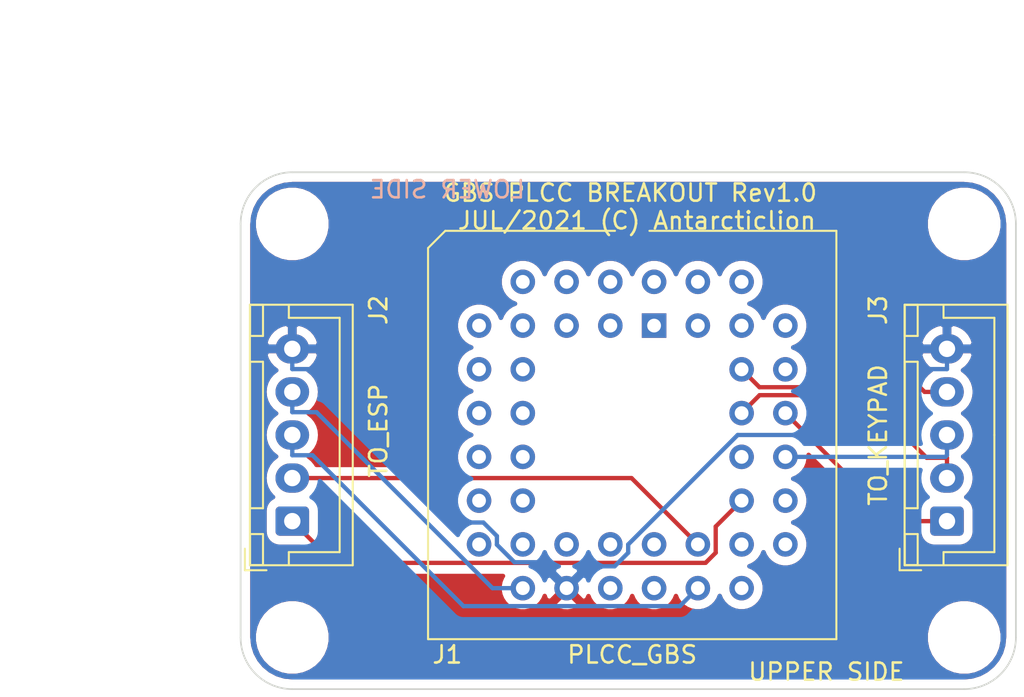
<source format=kicad_pcb>
(kicad_pcb (version 20171130) (host pcbnew "(5.1.6)-1")

  (general
    (thickness 1.6)
    (drawings 13)
    (tracks 48)
    (zones 0)
    (modules 7)
    (nets 45)
  )

  (page A4)
  (layers
    (0 F.Cu signal)
    (31 B.Cu signal)
    (32 B.Adhes user)
    (33 F.Adhes user)
    (34 B.Paste user)
    (35 F.Paste user)
    (36 B.SilkS user)
    (37 F.SilkS user)
    (38 B.Mask user)
    (39 F.Mask user)
    (40 Dwgs.User user)
    (41 Cmts.User user)
    (42 Eco1.User user)
    (43 Eco2.User user)
    (44 Edge.Cuts user)
    (45 Margin user)
    (46 B.CrtYd user)
    (47 F.CrtYd user)
    (48 B.Fab user)
    (49 F.Fab user)
  )

  (setup
    (last_trace_width 0.25)
    (trace_clearance 0.2)
    (zone_clearance 0.508)
    (zone_45_only no)
    (trace_min 0.2)
    (via_size 0.8)
    (via_drill 0.4)
    (via_min_size 0.4)
    (via_min_drill 0.3)
    (uvia_size 0.3)
    (uvia_drill 0.1)
    (uvias_allowed no)
    (uvia_min_size 0.2)
    (uvia_min_drill 0.1)
    (edge_width 0.1)
    (segment_width 0.2)
    (pcb_text_width 0.3)
    (pcb_text_size 1.5 1.5)
    (mod_edge_width 0.15)
    (mod_text_size 1 1)
    (mod_text_width 0.15)
    (pad_size 1.524 1.524)
    (pad_drill 0.762)
    (pad_to_mask_clearance 0)
    (aux_axis_origin 0 0)
    (visible_elements FFFFFF7F)
    (pcbplotparams
      (layerselection 0x010f0_ffffffff)
      (usegerberextensions true)
      (usegerberattributes true)
      (usegerberadvancedattributes true)
      (creategerberjobfile false)
      (excludeedgelayer true)
      (linewidth 0.100000)
      (plotframeref false)
      (viasonmask false)
      (mode 1)
      (useauxorigin false)
      (hpglpennumber 1)
      (hpglpenspeed 20)
      (hpglpendiameter 15.000000)
      (psnegative false)
      (psa4output false)
      (plotreference true)
      (plotvalue true)
      (plotinvisibletext false)
      (padsonsilk false)
      (subtractmaskfromsilk false)
      (outputformat 1)
      (mirror false)
      (drillshape 0)
      (scaleselection 1)
      (outputdirectory "Gerber/"))
  )

  (net 0 "")
  (net 1 "Net-(J1-Pad39)")
  (net 2 "Net-(J1-Pad37)")
  (net 3 UP)
  (net 4 LEFT)
  (net 5 "Net-(J1-Pad31)")
  (net 6 "Net-(J1-Pad40)")
  (net 7 RIGHT)
  (net 8 DOWN)
  (net 9 DEBUG)
  (net 10 "Net-(J1-Pad28)")
  (net 11 SDA)
  (net 12 "Net-(J1-Pad24)")
  (net 13 "Net-(J1-Pad22)")
  (net 14 GND)
  (net 15 VCC)
  (net 16 "Net-(J1-Pad29)")
  (net 17 SCL)
  (net 18 "Net-(J1-Pad23)")
  (net 19 "Net-(J1-Pad21)")
  (net 20 "Net-(J1-Pad19)")
  (net 21 "Net-(J1-Pad17)")
  (net 22 "Net-(J1-Pad15)")
  (net 23 "Net-(J1-Pad13)")
  (net 24 "Net-(J1-Pad11)")
  (net 25 "Net-(J1-Pad9)")
  (net 26 "Net-(J1-Pad7)")
  (net 27 "Net-(J1-Pad16)")
  (net 28 "Net-(J1-Pad14)")
  (net 29 "Net-(J1-Pad12)")
  (net 30 "Net-(J1-Pad10)")
  (net 31 "Net-(J1-Pad8)")
  (net 32 "Net-(J1-Pad42)")
  (net 33 "Net-(J1-Pad44)")
  (net 34 "Net-(J1-Pad6)")
  (net 35 "Net-(J1-Pad4)")
  (net 36 "Net-(J1-Pad2)")
  (net 37 "Net-(J1-Pad41)")
  (net 38 "Net-(J1-Pad43)")
  (net 39 "Net-(J1-Pad5)")
  (net 40 "Net-(J1-Pad3)")
  (net 41 "Net-(J1-Pad1)")
  (net 42 "Net-(J1-Pad34)")
  (net 43 "Net-(J1-Pad30)")
  (net 44 "Net-(J1-Pad25)")

  (net_class Default "これはデフォルトのネット クラスです。"
    (clearance 0.2)
    (trace_width 0.25)
    (via_dia 0.8)
    (via_drill 0.4)
    (uvia_dia 0.3)
    (uvia_drill 0.1)
    (add_net DEBUG)
    (add_net DOWN)
    (add_net GND)
    (add_net LEFT)
    (add_net "Net-(J1-Pad1)")
    (add_net "Net-(J1-Pad10)")
    (add_net "Net-(J1-Pad11)")
    (add_net "Net-(J1-Pad12)")
    (add_net "Net-(J1-Pad13)")
    (add_net "Net-(J1-Pad14)")
    (add_net "Net-(J1-Pad15)")
    (add_net "Net-(J1-Pad16)")
    (add_net "Net-(J1-Pad17)")
    (add_net "Net-(J1-Pad19)")
    (add_net "Net-(J1-Pad2)")
    (add_net "Net-(J1-Pad21)")
    (add_net "Net-(J1-Pad22)")
    (add_net "Net-(J1-Pad23)")
    (add_net "Net-(J1-Pad24)")
    (add_net "Net-(J1-Pad25)")
    (add_net "Net-(J1-Pad28)")
    (add_net "Net-(J1-Pad29)")
    (add_net "Net-(J1-Pad3)")
    (add_net "Net-(J1-Pad30)")
    (add_net "Net-(J1-Pad31)")
    (add_net "Net-(J1-Pad34)")
    (add_net "Net-(J1-Pad37)")
    (add_net "Net-(J1-Pad39)")
    (add_net "Net-(J1-Pad4)")
    (add_net "Net-(J1-Pad40)")
    (add_net "Net-(J1-Pad41)")
    (add_net "Net-(J1-Pad42)")
    (add_net "Net-(J1-Pad43)")
    (add_net "Net-(J1-Pad44)")
    (add_net "Net-(J1-Pad5)")
    (add_net "Net-(J1-Pad6)")
    (add_net "Net-(J1-Pad7)")
    (add_net "Net-(J1-Pad8)")
    (add_net "Net-(J1-Pad9)")
    (add_net RIGHT)
    (add_net SCL)
    (add_net SDA)
    (add_net UP)
    (add_net VCC)
  )

  (module MountingHole:MountingHole_3.2mm_M3 (layer F.Cu) (tedit 56D1B4CB) (tstamp 60F24FB6)
    (at 81 54)
    (descr "Mounting Hole 3.2mm, no annular, M3")
    (tags "mounting hole 3.2mm no annular m3")
    (path /60F42D05)
    (attr virtual)
    (fp_text reference H4 (at 0 -4.2) (layer F.SilkS) hide
      (effects (font (size 1 1) (thickness 0.15)))
    )
    (fp_text value MountingHole (at 0 4.2) (layer F.Fab) hide
      (effects (font (size 1 1) (thickness 0.15)))
    )
    (fp_text user %R (at 0.3 0) (layer F.Fab)
      (effects (font (size 1 1) (thickness 0.15)))
    )
    (fp_circle (center 0 0) (end 3.2 0) (layer Cmts.User) (width 0.15))
    (fp_circle (center 0 0) (end 3.45 0) (layer F.CrtYd) (width 0.05))
    (pad 1 np_thru_hole circle (at 0 0) (size 3.2 3.2) (drill 3.2) (layers *.Cu *.Mask))
  )

  (module MountingHole:MountingHole_3.2mm_M3 (layer F.Cu) (tedit 56D1B4CB) (tstamp 60F24FAE)
    (at 81 30)
    (descr "Mounting Hole 3.2mm, no annular, M3")
    (tags "mounting hole 3.2mm no annular m3")
    (path /60F42CFB)
    (attr virtual)
    (fp_text reference H3 (at 0 -4.2) (layer F.SilkS) hide
      (effects (font (size 1 1) (thickness 0.15)))
    )
    (fp_text value MountingHole (at 0 4.2) (layer F.Fab) hide
      (effects (font (size 1 1) (thickness 0.15)))
    )
    (fp_text user %R (at 0.3 0) (layer F.Fab)
      (effects (font (size 1 1) (thickness 0.15)))
    )
    (fp_circle (center 0 0) (end 3.2 0) (layer Cmts.User) (width 0.15))
    (fp_circle (center 0 0) (end 3.45 0) (layer F.CrtYd) (width 0.05))
    (pad 1 np_thru_hole circle (at 0 0) (size 3.2 3.2) (drill 3.2) (layers *.Cu *.Mask))
  )

  (module MountingHole:MountingHole_3.2mm_M3 (layer F.Cu) (tedit 56D1B4CB) (tstamp 60F24FA6)
    (at 42 54)
    (descr "Mounting Hole 3.2mm, no annular, M3")
    (tags "mounting hole 3.2mm no annular m3")
    (path /60F418D4)
    (attr virtual)
    (fp_text reference H2 (at 0 -4.2) (layer F.SilkS) hide
      (effects (font (size 1 1) (thickness 0.15)))
    )
    (fp_text value MountingHole (at 0 4.2) (layer F.Fab) hide
      (effects (font (size 1 1) (thickness 0.15)))
    )
    (fp_text user %R (at 0.3 0) (layer F.Fab)
      (effects (font (size 1 1) (thickness 0.15)))
    )
    (fp_circle (center 0 0) (end 3.2 0) (layer Cmts.User) (width 0.15))
    (fp_circle (center 0 0) (end 3.45 0) (layer F.CrtYd) (width 0.05))
    (pad 1 np_thru_hole circle (at 0 0) (size 3.2 3.2) (drill 3.2) (layers *.Cu *.Mask))
  )

  (module MountingHole:MountingHole_3.2mm_M3 (layer F.Cu) (tedit 56D1B4CB) (tstamp 60F24F9E)
    (at 42 30)
    (descr "Mounting Hole 3.2mm, no annular, M3")
    (tags "mounting hole 3.2mm no annular m3")
    (path /60F41562)
    (attr virtual)
    (fp_text reference H1 (at 0 -4.2) (layer F.SilkS) hide
      (effects (font (size 1 1) (thickness 0.15)))
    )
    (fp_text value MountingHole (at 0 4.2) (layer F.Fab) hide
      (effects (font (size 1 1) (thickness 0.15)))
    )
    (fp_text user %R (at 0.3 0) (layer F.Fab)
      (effects (font (size 1 1) (thickness 0.15)))
    )
    (fp_circle (center 0 0) (end 3.2 0) (layer Cmts.User) (width 0.15))
    (fp_circle (center 0 0) (end 3.45 0) (layer F.CrtYd) (width 0.05))
    (pad 1 np_thru_hole circle (at 0 0) (size 3.2 3.2) (drill 3.2) (layers *.Cu *.Mask))
  )

  (module Connector_JST:JST_XH_B5B-XH-A_1x05_P2.50mm_Vertical (layer F.Cu) (tedit 5C28146C) (tstamp 60F1E6FD)
    (at 80 47.25 90)
    (descr "JST XH series connector, B5B-XH-A (http://www.jst-mfg.com/product/pdf/eng/eXH.pdf), generated with kicad-footprint-generator")
    (tags "connector JST XH vertical")
    (path /60F51ED8)
    (fp_text reference J3 (at 12.25 -4 90) (layer F.SilkS)
      (effects (font (size 1 1) (thickness 0.15)))
    )
    (fp_text value TO_KEYPAD (at 5 -4 90) (layer F.SilkS)
      (effects (font (size 1 1) (thickness 0.15)))
    )
    (fp_text user %R (at 5 2.7 90) (layer F.Fab)
      (effects (font (size 1 1) (thickness 0.15)))
    )
    (fp_line (start -2.45 -2.35) (end -2.45 3.4) (layer F.Fab) (width 0.1))
    (fp_line (start -2.45 3.4) (end 12.45 3.4) (layer F.Fab) (width 0.1))
    (fp_line (start 12.45 3.4) (end 12.45 -2.35) (layer F.Fab) (width 0.1))
    (fp_line (start 12.45 -2.35) (end -2.45 -2.35) (layer F.Fab) (width 0.1))
    (fp_line (start -2.56 -2.46) (end -2.56 3.51) (layer F.SilkS) (width 0.12))
    (fp_line (start -2.56 3.51) (end 12.56 3.51) (layer F.SilkS) (width 0.12))
    (fp_line (start 12.56 3.51) (end 12.56 -2.46) (layer F.SilkS) (width 0.12))
    (fp_line (start 12.56 -2.46) (end -2.56 -2.46) (layer F.SilkS) (width 0.12))
    (fp_line (start -2.95 -2.85) (end -2.95 3.9) (layer F.CrtYd) (width 0.05))
    (fp_line (start -2.95 3.9) (end 12.95 3.9) (layer F.CrtYd) (width 0.05))
    (fp_line (start 12.95 3.9) (end 12.95 -2.85) (layer F.CrtYd) (width 0.05))
    (fp_line (start 12.95 -2.85) (end -2.95 -2.85) (layer F.CrtYd) (width 0.05))
    (fp_line (start -0.625 -2.35) (end 0 -1.35) (layer F.Fab) (width 0.1))
    (fp_line (start 0 -1.35) (end 0.625 -2.35) (layer F.Fab) (width 0.1))
    (fp_line (start 0.75 -2.45) (end 0.75 -1.7) (layer F.SilkS) (width 0.12))
    (fp_line (start 0.75 -1.7) (end 9.25 -1.7) (layer F.SilkS) (width 0.12))
    (fp_line (start 9.25 -1.7) (end 9.25 -2.45) (layer F.SilkS) (width 0.12))
    (fp_line (start 9.25 -2.45) (end 0.75 -2.45) (layer F.SilkS) (width 0.12))
    (fp_line (start -2.55 -2.45) (end -2.55 -1.7) (layer F.SilkS) (width 0.12))
    (fp_line (start -2.55 -1.7) (end -0.75 -1.7) (layer F.SilkS) (width 0.12))
    (fp_line (start -0.75 -1.7) (end -0.75 -2.45) (layer F.SilkS) (width 0.12))
    (fp_line (start -0.75 -2.45) (end -2.55 -2.45) (layer F.SilkS) (width 0.12))
    (fp_line (start 10.75 -2.45) (end 10.75 -1.7) (layer F.SilkS) (width 0.12))
    (fp_line (start 10.75 -1.7) (end 12.55 -1.7) (layer F.SilkS) (width 0.12))
    (fp_line (start 12.55 -1.7) (end 12.55 -2.45) (layer F.SilkS) (width 0.12))
    (fp_line (start 12.55 -2.45) (end 10.75 -2.45) (layer F.SilkS) (width 0.12))
    (fp_line (start -2.55 -0.2) (end -1.8 -0.2) (layer F.SilkS) (width 0.12))
    (fp_line (start -1.8 -0.2) (end -1.8 2.75) (layer F.SilkS) (width 0.12))
    (fp_line (start -1.8 2.75) (end 5 2.75) (layer F.SilkS) (width 0.12))
    (fp_line (start 12.55 -0.2) (end 11.8 -0.2) (layer F.SilkS) (width 0.12))
    (fp_line (start 11.8 -0.2) (end 11.8 2.75) (layer F.SilkS) (width 0.12))
    (fp_line (start 11.8 2.75) (end 5 2.75) (layer F.SilkS) (width 0.12))
    (fp_line (start -1.6 -2.75) (end -2.85 -2.75) (layer F.SilkS) (width 0.12))
    (fp_line (start -2.85 -2.75) (end -2.85 -1.5) (layer F.SilkS) (width 0.12))
    (pad 5 thru_hole oval (at 10 0 90) (size 1.7 1.95) (drill 0.95) (layers *.Cu *.Mask)
      (net 14 GND))
    (pad 4 thru_hole oval (at 7.5 0 90) (size 1.7 1.95) (drill 0.95) (layers *.Cu *.Mask)
      (net 7 RIGHT))
    (pad 3 thru_hole oval (at 5 0 90) (size 1.7 1.95) (drill 0.95) (layers *.Cu *.Mask)
      (net 4 LEFT))
    (pad 2 thru_hole oval (at 2.5 0 90) (size 1.7 1.95) (drill 0.95) (layers *.Cu *.Mask)
      (net 8 DOWN))
    (pad 1 thru_hole roundrect (at 0 0 90) (size 1.7 1.95) (drill 0.95) (layers *.Cu *.Mask) (roundrect_rratio 0.147059)
      (net 3 UP))
    (model ${KISYS3DMOD}/Connector_JST.3dshapes/JST_XH_B5B-XH-A_1x05_P2.50mm_Vertical.wrl
      (at (xyz 0 0 0))
      (scale (xyz 1 1 1))
      (rotate (xyz 0 0 0))
    )
  )

  (module Connector_JST:JST_XH_B5B-XH-A_1x05_P2.50mm_Vertical (layer F.Cu) (tedit 5C28146C) (tstamp 60F1E6D1)
    (at 42 47.25 90)
    (descr "JST XH series connector, B5B-XH-A (http://www.jst-mfg.com/product/pdf/eng/eXH.pdf), generated with kicad-footprint-generator")
    (tags "connector JST XH vertical")
    (path /60F514F6)
    (fp_text reference J2 (at 12.25 5 90) (layer F.SilkS)
      (effects (font (size 1 1) (thickness 0.15)))
    )
    (fp_text value TO_ESP (at 5.25 5 90) (layer F.SilkS)
      (effects (font (size 1 1) (thickness 0.15)))
    )
    (fp_text user %R (at 5 2.7 90) (layer F.Fab)
      (effects (font (size 1 1) (thickness 0.15)))
    )
    (fp_line (start -2.45 -2.35) (end -2.45 3.4) (layer F.Fab) (width 0.1))
    (fp_line (start -2.45 3.4) (end 12.45 3.4) (layer F.Fab) (width 0.1))
    (fp_line (start 12.45 3.4) (end 12.45 -2.35) (layer F.Fab) (width 0.1))
    (fp_line (start 12.45 -2.35) (end -2.45 -2.35) (layer F.Fab) (width 0.1))
    (fp_line (start -2.56 -2.46) (end -2.56 3.51) (layer F.SilkS) (width 0.12))
    (fp_line (start -2.56 3.51) (end 12.56 3.51) (layer F.SilkS) (width 0.12))
    (fp_line (start 12.56 3.51) (end 12.56 -2.46) (layer F.SilkS) (width 0.12))
    (fp_line (start 12.56 -2.46) (end -2.56 -2.46) (layer F.SilkS) (width 0.12))
    (fp_line (start -2.95 -2.85) (end -2.95 3.9) (layer F.CrtYd) (width 0.05))
    (fp_line (start -2.95 3.9) (end 12.95 3.9) (layer F.CrtYd) (width 0.05))
    (fp_line (start 12.95 3.9) (end 12.95 -2.85) (layer F.CrtYd) (width 0.05))
    (fp_line (start 12.95 -2.85) (end -2.95 -2.85) (layer F.CrtYd) (width 0.05))
    (fp_line (start -0.625 -2.35) (end 0 -1.35) (layer F.Fab) (width 0.1))
    (fp_line (start 0 -1.35) (end 0.625 -2.35) (layer F.Fab) (width 0.1))
    (fp_line (start 0.75 -2.45) (end 0.75 -1.7) (layer F.SilkS) (width 0.12))
    (fp_line (start 0.75 -1.7) (end 9.25 -1.7) (layer F.SilkS) (width 0.12))
    (fp_line (start 9.25 -1.7) (end 9.25 -2.45) (layer F.SilkS) (width 0.12))
    (fp_line (start 9.25 -2.45) (end 0.75 -2.45) (layer F.SilkS) (width 0.12))
    (fp_line (start -2.55 -2.45) (end -2.55 -1.7) (layer F.SilkS) (width 0.12))
    (fp_line (start -2.55 -1.7) (end -0.75 -1.7) (layer F.SilkS) (width 0.12))
    (fp_line (start -0.75 -1.7) (end -0.75 -2.45) (layer F.SilkS) (width 0.12))
    (fp_line (start -0.75 -2.45) (end -2.55 -2.45) (layer F.SilkS) (width 0.12))
    (fp_line (start 10.75 -2.45) (end 10.75 -1.7) (layer F.SilkS) (width 0.12))
    (fp_line (start 10.75 -1.7) (end 12.55 -1.7) (layer F.SilkS) (width 0.12))
    (fp_line (start 12.55 -1.7) (end 12.55 -2.45) (layer F.SilkS) (width 0.12))
    (fp_line (start 12.55 -2.45) (end 10.75 -2.45) (layer F.SilkS) (width 0.12))
    (fp_line (start -2.55 -0.2) (end -1.8 -0.2) (layer F.SilkS) (width 0.12))
    (fp_line (start -1.8 -0.2) (end -1.8 2.75) (layer F.SilkS) (width 0.12))
    (fp_line (start -1.8 2.75) (end 5 2.75) (layer F.SilkS) (width 0.12))
    (fp_line (start 12.55 -0.2) (end 11.8 -0.2) (layer F.SilkS) (width 0.12))
    (fp_line (start 11.8 -0.2) (end 11.8 2.75) (layer F.SilkS) (width 0.12))
    (fp_line (start 11.8 2.75) (end 5 2.75) (layer F.SilkS) (width 0.12))
    (fp_line (start -1.6 -2.75) (end -2.85 -2.75) (layer F.SilkS) (width 0.12))
    (fp_line (start -2.85 -2.75) (end -2.85 -1.5) (layer F.SilkS) (width 0.12))
    (pad 5 thru_hole oval (at 10 0 90) (size 1.7 1.95) (drill 0.95) (layers *.Cu *.Mask)
      (net 14 GND))
    (pad 4 thru_hole oval (at 7.5 0 90) (size 1.7 1.95) (drill 0.95) (layers *.Cu *.Mask)
      (net 15 VCC))
    (pad 3 thru_hole oval (at 5 0 90) (size 1.7 1.95) (drill 0.95) (layers *.Cu *.Mask)
      (net 11 SDA))
    (pad 2 thru_hole oval (at 2.5 0 90) (size 1.7 1.95) (drill 0.95) (layers *.Cu *.Mask)
      (net 17 SCL))
    (pad 1 thru_hole roundrect (at 0 0 90) (size 1.7 1.95) (drill 0.95) (layers *.Cu *.Mask) (roundrect_rratio 0.147059)
      (net 9 DEBUG))
    (model ${KISYS3DMOD}/Connector_JST.3dshapes/JST_XH_B5B-XH-A_1x05_P2.50mm_Vertical.wrl
      (at (xyz 0 0 0))
      (scale (xyz 1 1 1))
      (rotate (xyz 0 0 0))
    )
  )

  (module Package_LCC:PLCC-44_THT-Socket (layer F.Cu) (tedit 5A02ECC8) (tstamp 60F1E6A5)
    (at 63 35.9)
    (descr "PLCC, 44 pins, through hole")
    (tags "plcc leaded")
    (path /60F276EA)
    (fp_text reference J1 (at -12 19.1) (layer F.SilkS)
      (effects (font (size 1 1) (thickness 0.15)))
    )
    (fp_text value PLCC_GBS (at -1.27 19.1) (layer F.SilkS)
      (effects (font (size 1 1) (thickness 0.15)))
    )
    (fp_text user %R (at -1.27 6.35) (layer F.Fab)
      (effects (font (size 1 1) (thickness 0.15)))
    )
    (fp_line (start -12.02 -5.4) (end -13.02 -4.4) (layer F.Fab) (width 0.1))
    (fp_line (start -13.02 -4.4) (end -13.02 18.1) (layer F.Fab) (width 0.1))
    (fp_line (start -13.02 18.1) (end 10.48 18.1) (layer F.Fab) (width 0.1))
    (fp_line (start 10.48 18.1) (end 10.48 -5.4) (layer F.Fab) (width 0.1))
    (fp_line (start 10.48 -5.4) (end -12.02 -5.4) (layer F.Fab) (width 0.1))
    (fp_line (start -13.52 -5.9) (end -13.52 18.6) (layer F.CrtYd) (width 0.05))
    (fp_line (start -13.52 18.6) (end 10.98 18.6) (layer F.CrtYd) (width 0.05))
    (fp_line (start 10.98 18.6) (end 10.98 -5.9) (layer F.CrtYd) (width 0.05))
    (fp_line (start 10.98 -5.9) (end -13.52 -5.9) (layer F.CrtYd) (width 0.05))
    (fp_line (start -10.48 -2.86) (end -10.48 15.56) (layer F.Fab) (width 0.1))
    (fp_line (start -10.48 15.56) (end 7.94 15.56) (layer F.Fab) (width 0.1))
    (fp_line (start 7.94 15.56) (end 7.94 -2.86) (layer F.Fab) (width 0.1))
    (fp_line (start 7.94 -2.86) (end -10.48 -2.86) (layer F.Fab) (width 0.1))
    (fp_line (start -1.77 -5.4) (end -1.27 -4.4) (layer F.Fab) (width 0.1))
    (fp_line (start -1.27 -4.4) (end -0.77 -5.4) (layer F.Fab) (width 0.1))
    (fp_line (start -2.27 -5.5) (end -12.12 -5.5) (layer F.SilkS) (width 0.12))
    (fp_line (start -12.12 -5.5) (end -13.12 -4.5) (layer F.SilkS) (width 0.12))
    (fp_line (start -13.12 -4.5) (end -13.12 18.2) (layer F.SilkS) (width 0.12))
    (fp_line (start -13.12 18.2) (end 10.58 18.2) (layer F.SilkS) (width 0.12))
    (fp_line (start 10.58 18.2) (end 10.58 -5.5) (layer F.SilkS) (width 0.12))
    (fp_line (start 10.58 -5.5) (end -0.27 -5.5) (layer F.SilkS) (width 0.12))
    (pad 39 thru_hole circle (at 7.62 0) (size 1.4224 1.4224) (drill 0.8) (layers *.Cu *.Mask)
      (net 1 "Net-(J1-Pad39)"))
    (pad 37 thru_hole circle (at 7.62 2.54) (size 1.4224 1.4224) (drill 0.8) (layers *.Cu *.Mask)
      (net 2 "Net-(J1-Pad37)"))
    (pad 35 thru_hole circle (at 7.62 5.08) (size 1.4224 1.4224) (drill 0.8) (layers *.Cu *.Mask)
      (net 3 UP))
    (pad 33 thru_hole circle (at 7.62 7.62) (size 1.4224 1.4224) (drill 0.8) (layers *.Cu *.Mask)
      (net 4 LEFT))
    (pad 31 thru_hole circle (at 7.62 10.16) (size 1.4224 1.4224) (drill 0.8) (layers *.Cu *.Mask)
      (net 5 "Net-(J1-Pad31)"))
    (pad 40 thru_hole circle (at 5.08 -2.54) (size 1.4224 1.4224) (drill 0.8) (layers *.Cu *.Mask)
      (net 6 "Net-(J1-Pad40)"))
    (pad 38 thru_hole circle (at 5.08 2.54) (size 1.4224 1.4224) (drill 0.8) (layers *.Cu *.Mask)
      (net 7 RIGHT))
    (pad 36 thru_hole circle (at 5.08 5.08) (size 1.4224 1.4224) (drill 0.8) (layers *.Cu *.Mask)
      (net 8 DOWN))
    (pad 34 thru_hole circle (at 5.08 7.62) (size 1.4224 1.4224) (drill 0.8) (layers *.Cu *.Mask)
      (net 42 "Net-(J1-Pad34)"))
    (pad 32 thru_hole circle (at 5.08 10.16) (size 1.4224 1.4224) (drill 0.8) (layers *.Cu *.Mask)
      (net 9 DEBUG))
    (pad 30 thru_hole circle (at 5.08 12.7) (size 1.4224 1.4224) (drill 0.8) (layers *.Cu *.Mask)
      (net 43 "Net-(J1-Pad30)"))
    (pad 28 thru_hole circle (at 5.08 15.24) (size 1.4224 1.4224) (drill 0.8) (layers *.Cu *.Mask)
      (net 10 "Net-(J1-Pad28)"))
    (pad 26 thru_hole circle (at 2.54 15.24) (size 1.4224 1.4224) (drill 0.8) (layers *.Cu *.Mask)
      (net 11 SDA))
    (pad 24 thru_hole circle (at 0 15.24) (size 1.4224 1.4224) (drill 0.8) (layers *.Cu *.Mask)
      (net 12 "Net-(J1-Pad24)"))
    (pad 22 thru_hole circle (at -2.54 15.24) (size 1.4224 1.4224) (drill 0.8) (layers *.Cu *.Mask)
      (net 13 "Net-(J1-Pad22)"))
    (pad 20 thru_hole circle (at -5.08 15.24) (size 1.4224 1.4224) (drill 0.8) (layers *.Cu *.Mask)
      (net 14 GND))
    (pad 18 thru_hole circle (at -7.62 15.24) (size 1.4224 1.4224) (drill 0.8) (layers *.Cu *.Mask)
      (net 15 VCC))
    (pad 29 thru_hole circle (at 7.62 12.7) (size 1.4224 1.4224) (drill 0.8) (layers *.Cu *.Mask)
      (net 16 "Net-(J1-Pad29)"))
    (pad 27 thru_hole circle (at 2.54 12.7) (size 1.4224 1.4224) (drill 0.8) (layers *.Cu *.Mask)
      (net 17 SCL))
    (pad 25 thru_hole circle (at 0 12.7) (size 1.4224 1.4224) (drill 0.8) (layers *.Cu *.Mask)
      (net 44 "Net-(J1-Pad25)"))
    (pad 23 thru_hole circle (at -2.54 12.7) (size 1.4224 1.4224) (drill 0.8) (layers *.Cu *.Mask)
      (net 18 "Net-(J1-Pad23)"))
    (pad 21 thru_hole circle (at -5.08 12.7) (size 1.4224 1.4224) (drill 0.8) (layers *.Cu *.Mask)
      (net 19 "Net-(J1-Pad21)"))
    (pad 19 thru_hole circle (at -7.62 12.7) (size 1.4224 1.4224) (drill 0.8) (layers *.Cu *.Mask)
      (net 20 "Net-(J1-Pad19)"))
    (pad 17 thru_hole circle (at -10.16 12.7) (size 1.4224 1.4224) (drill 0.8) (layers *.Cu *.Mask)
      (net 21 "Net-(J1-Pad17)"))
    (pad 15 thru_hole circle (at -10.16 10.16) (size 1.4224 1.4224) (drill 0.8) (layers *.Cu *.Mask)
      (net 22 "Net-(J1-Pad15)"))
    (pad 13 thru_hole circle (at -10.16 7.62) (size 1.4224 1.4224) (drill 0.8) (layers *.Cu *.Mask)
      (net 23 "Net-(J1-Pad13)"))
    (pad 11 thru_hole circle (at -10.16 5.08) (size 1.4224 1.4224) (drill 0.8) (layers *.Cu *.Mask)
      (net 24 "Net-(J1-Pad11)"))
    (pad 9 thru_hole circle (at -10.16 2.54) (size 1.4224 1.4224) (drill 0.8) (layers *.Cu *.Mask)
      (net 25 "Net-(J1-Pad9)"))
    (pad 7 thru_hole circle (at -10.16 0) (size 1.4224 1.4224) (drill 0.8) (layers *.Cu *.Mask)
      (net 26 "Net-(J1-Pad7)"))
    (pad 16 thru_hole circle (at -7.62 10.16) (size 1.4224 1.4224) (drill 0.8) (layers *.Cu *.Mask)
      (net 27 "Net-(J1-Pad16)"))
    (pad 14 thru_hole circle (at -7.62 7.62) (size 1.4224 1.4224) (drill 0.8) (layers *.Cu *.Mask)
      (net 28 "Net-(J1-Pad14)"))
    (pad 12 thru_hole circle (at -7.62 5.08) (size 1.4224 1.4224) (drill 0.8) (layers *.Cu *.Mask)
      (net 29 "Net-(J1-Pad12)"))
    (pad 10 thru_hole circle (at -7.62 2.54) (size 1.4224 1.4224) (drill 0.8) (layers *.Cu *.Mask)
      (net 30 "Net-(J1-Pad10)"))
    (pad 8 thru_hole circle (at -7.62 0) (size 1.4224 1.4224) (drill 0.8) (layers *.Cu *.Mask)
      (net 31 "Net-(J1-Pad8)"))
    (pad 42 thru_hole circle (at 2.54 -2.54) (size 1.4224 1.4224) (drill 0.8) (layers *.Cu *.Mask)
      (net 32 "Net-(J1-Pad42)"))
    (pad 44 thru_hole circle (at 0 -2.54) (size 1.4224 1.4224) (drill 0.8) (layers *.Cu *.Mask)
      (net 33 "Net-(J1-Pad44)"))
    (pad 6 thru_hole circle (at -7.62 -2.54) (size 1.4224 1.4224) (drill 0.8) (layers *.Cu *.Mask)
      (net 34 "Net-(J1-Pad6)"))
    (pad 4 thru_hole circle (at -5.08 -2.54) (size 1.4224 1.4224) (drill 0.8) (layers *.Cu *.Mask)
      (net 35 "Net-(J1-Pad4)"))
    (pad 2 thru_hole circle (at -2.54 -2.54) (size 1.4224 1.4224) (drill 0.8) (layers *.Cu *.Mask)
      (net 36 "Net-(J1-Pad2)"))
    (pad 41 thru_hole circle (at 5.08 0) (size 1.4224 1.4224) (drill 0.8) (layers *.Cu *.Mask)
      (net 37 "Net-(J1-Pad41)"))
    (pad 43 thru_hole circle (at 2.54 0) (size 1.4224 1.4224) (drill 0.8) (layers *.Cu *.Mask)
      (net 38 "Net-(J1-Pad43)"))
    (pad 5 thru_hole circle (at -5.08 0) (size 1.4224 1.4224) (drill 0.8) (layers *.Cu *.Mask)
      (net 39 "Net-(J1-Pad5)"))
    (pad 3 thru_hole circle (at -2.54 0) (size 1.4224 1.4224) (drill 0.8) (layers *.Cu *.Mask)
      (net 40 "Net-(J1-Pad3)"))
    (pad 1 thru_hole rect (at 0 0) (size 1.4224 1.4224) (drill 0.8) (layers *.Cu *.Mask)
      (net 41 "Net-(J1-Pad1)"))
    (model ${KISYS3DMOD}/Package_LCC.3dshapes/PLCC-44_THT-Socket.wrl
      (at (xyz 0 0 0))
      (scale (xyz 1 1 1))
      (rotate (xyz 0 0 0))
    )
  )

  (gr_text "GBS PLCC BREAKOUT Rev1.0 \nJUL/2021 (C) Antarcticlion" (at 62 29) (layer F.SilkS)
    (effects (font (size 1 1) (thickness 0.15)))
  )
  (gr_text "LOWER SIDE" (at 51 28) (layer B.SilkS) (tstamp 60F25466)
    (effects (font (size 1 1) (thickness 0.15)) (justify mirror))
  )
  (gr_text "UPPER SIDE" (at 73 56) (layer F.SilkS)
    (effects (font (size 1 1) (thickness 0.15)))
  )
  (gr_arc (start 81 30) (end 84 30) (angle -90) (layer Edge.Cuts) (width 0.1))
  (gr_arc (start 81 54) (end 81 57) (angle -90) (layer Edge.Cuts) (width 0.1))
  (gr_arc (start 42 54) (end 39 54) (angle -90) (layer Edge.Cuts) (width 0.1))
  (gr_arc (start 42 30) (end 42 27) (angle -90) (layer Edge.Cuts) (width 0.1))
  (dimension 45 (width 0.15) (layer Dwgs.User)
    (gr_text "45.000 mm" (at 61.5 17.7) (layer Dwgs.User)
      (effects (font (size 1 1) (thickness 0.15)))
    )
    (feature1 (pts (xy 84 27) (xy 84 18.413579)))
    (feature2 (pts (xy 39 27) (xy 39 18.413579)))
    (crossbar (pts (xy 39 19) (xy 84 19)))
    (arrow1a (pts (xy 84 19) (xy 82.873496 19.586421)))
    (arrow1b (pts (xy 84 19) (xy 82.873496 18.413579)))
    (arrow2a (pts (xy 39 19) (xy 40.126504 19.586421)))
    (arrow2b (pts (xy 39 19) (xy 40.126504 18.413579)))
  )
  (dimension 30 (width 0.15) (layer Dwgs.User)
    (gr_text "30.000 mm" (at 28.7 42 270) (layer Dwgs.User)
      (effects (font (size 1 1) (thickness 0.15)))
    )
    (feature1 (pts (xy 39 57) (xy 29.413579 57)))
    (feature2 (pts (xy 39 27) (xy 29.413579 27)))
    (crossbar (pts (xy 30 27) (xy 30 57)))
    (arrow1a (pts (xy 30 57) (xy 29.413579 55.873496)))
    (arrow1b (pts (xy 30 57) (xy 30.586421 55.873496)))
    (arrow2a (pts (xy 30 27) (xy 29.413579 28.126504)))
    (arrow2b (pts (xy 30 27) (xy 30.586421 28.126504)))
  )
  (gr_line (start 39 54) (end 39 30) (layer Edge.Cuts) (width 0.1) (tstamp 60F1F2A4))
  (gr_line (start 81 57) (end 42 57) (layer Edge.Cuts) (width 0.1))
  (gr_line (start 84 30) (end 84 54) (layer Edge.Cuts) (width 0.1))
  (gr_line (start 42 27) (end 81 27) (layer Edge.Cuts) (width 0.1))

  (segment (start 70.62 40.98) (end 76.89 47.25) (width 0.25) (layer F.Cu) (net 3))
  (segment (start 76.89 47.25) (end 80 47.25) (width 0.25) (layer F.Cu) (net 3))
  (segment (start 80 42.25) (end 80 43.4253) (width 0.25) (layer B.Cu) (net 4))
  (segment (start 70.62 43.52) (end 79.9053 43.52) (width 0.25) (layer B.Cu) (net 4))
  (segment (start 79.9053 43.52) (end 80 43.4253) (width 0.25) (layer B.Cu) (net 4))
  (segment (start 80 39.75) (end 78.6997 39.75) (width 0.25) (layer F.Cu) (net 7))
  (segment (start 68.08 38.44) (end 69.1165 39.4765) (width 0.25) (layer F.Cu) (net 7))
  (segment (start 69.1165 39.4765) (end 78.4262 39.4765) (width 0.25) (layer F.Cu) (net 7))
  (segment (start 78.4262 39.4765) (end 78.6997 39.75) (width 0.25) (layer F.Cu) (net 7))
  (segment (start 80 44.75) (end 80 43.5747) (width 0.25) (layer F.Cu) (net 8))
  (segment (start 68.08 40.98) (end 69.1218 39.9382) (width 0.25) (layer F.Cu) (net 8))
  (segment (start 69.1218 39.9382) (end 75.1882 39.9382) (width 0.25) (layer F.Cu) (net 8))
  (segment (start 75.1882 39.9382) (end 78.8247 43.5747) (width 0.25) (layer F.Cu) (net 8))
  (segment (start 78.8247 43.5747) (end 80 43.5747) (width 0.25) (layer F.Cu) (net 8))
  (segment (start 68.08 46.06) (end 66.5766 47.5634) (width 0.25) (layer F.Cu) (net 9))
  (segment (start 66.5766 47.5634) (end 66.5766 49.0839) (width 0.25) (layer F.Cu) (net 9))
  (segment (start 66.5766 49.0839) (end 65.988 49.6725) (width 0.25) (layer F.Cu) (net 9))
  (segment (start 65.988 49.6725) (end 44.4225 49.6725) (width 0.25) (layer F.Cu) (net 9))
  (segment (start 44.4225 49.6725) (end 42 47.25) (width 0.25) (layer F.Cu) (net 9))
  (segment (start 42 42.25) (end 42 43.4253) (width 0.25) (layer B.Cu) (net 11))
  (segment (start 65.54 51.14) (end 64.4971 52.1829) (width 0.25) (layer B.Cu) (net 11))
  (segment (start 64.4971 52.1829) (end 51.9329 52.1829) (width 0.25) (layer B.Cu) (net 11))
  (segment (start 51.9329 52.1829) (end 43.1753 43.4253) (width 0.25) (layer B.Cu) (net 11))
  (segment (start 43.1753 43.4253) (end 42 43.4253) (width 0.25) (layer B.Cu) (net 11))
  (segment (start 80 38.4253) (end 78.8247 38.4253) (width 0.25) (layer B.Cu) (net 14))
  (segment (start 78.8247 38.4253) (end 75 42.25) (width 0.25) (layer B.Cu) (net 14))
  (segment (start 75 42.25) (end 67.8514 42.25) (width 0.25) (layer B.Cu) (net 14))
  (segment (start 67.8514 42.25) (end 61.4966 48.6048) (width 0.25) (layer B.Cu) (net 14))
  (segment (start 61.4966 48.6048) (end 61.4966 49.0839) (width 0.25) (layer B.Cu) (net 14))
  (segment (start 61.4966 49.0839) (end 60.7105 49.87) (width 0.25) (layer B.Cu) (net 14))
  (segment (start 60.7105 49.87) (end 59.19 49.87) (width 0.25) (layer B.Cu) (net 14))
  (segment (start 59.19 49.87) (end 57.92 51.14) (width 0.25) (layer B.Cu) (net 14))
  (segment (start 80 37.25) (end 80 38.4253) (width 0.25) (layer B.Cu) (net 14))
  (segment (start 57.92 51.14) (end 56.4166 49.6366) (width 0.25) (layer B.Cu) (net 14))
  (segment (start 56.4166 49.6366) (end 54.8961 49.6366) (width 0.25) (layer B.Cu) (net 14))
  (segment (start 54.8961 49.6366) (end 53.8766 48.6171) (width 0.25) (layer B.Cu) (net 14))
  (segment (start 53.8766 48.6171) (end 53.8766 48.1161) (width 0.25) (layer B.Cu) (net 14))
  (segment (start 53.8766 48.1161) (end 53.0905 47.33) (width 0.25) (layer B.Cu) (net 14))
  (segment (start 53.0905 47.33) (end 52.08 47.33) (width 0.25) (layer B.Cu) (net 14))
  (segment (start 52.08 47.33) (end 43.1753 38.4253) (width 0.25) (layer B.Cu) (net 14))
  (segment (start 43.1753 38.4253) (end 42 38.4253) (width 0.25) (layer B.Cu) (net 14))
  (segment (start 42 37.25) (end 42 38.4253) (width 0.25) (layer B.Cu) (net 14))
  (segment (start 55.38 51.14) (end 53.6204 51.14) (width 0.25) (layer B.Cu) (net 15))
  (segment (start 53.6204 51.14) (end 43.4057 40.9253) (width 0.25) (layer B.Cu) (net 15))
  (segment (start 43.4057 40.9253) (end 42 40.9253) (width 0.25) (layer B.Cu) (net 15))
  (segment (start 42 39.75) (end 42 40.9253) (width 0.25) (layer B.Cu) (net 15))
  (segment (start 65.54 48.6) (end 61.69 44.75) (width 0.25) (layer F.Cu) (net 17))
  (segment (start 61.69 44.75) (end 42 44.75) (width 0.25) (layer F.Cu) (net 17))

  (zone (net 14) (net_name GND) (layer B.Cu) (tstamp 60F2564F) (hatch edge 0.508)
    (connect_pads (clearance 0.508))
    (min_thickness 0.254)
    (fill yes (arc_segments 32) (thermal_gap 0.508) (thermal_bridge_width 0.508))
    (polygon
      (pts
        (xy 84 57) (xy 39 57) (xy 39 27) (xy 84 27)
      )
    )
    (filled_polygon
      (pts
        (xy 81.449016 27.732312) (xy 81.88093 27.862714) (xy 82.279285 28.074524) (xy 82.628914 28.359675) (xy 82.916497 28.707303)
        (xy 83.131086 29.104177) (xy 83.264498 29.535161) (xy 83.315 30.015654) (xy 83.315001 53.966485) (xy 83.267688 54.449016)
        (xy 83.137287 54.880927) (xy 82.92548 55.27928) (xy 82.640325 55.628914) (xy 82.292697 55.916497) (xy 81.895825 56.131085)
        (xy 81.464834 56.2645) (xy 80.984346 56.315) (xy 42.033504 56.315) (xy 41.550984 56.267688) (xy 41.119073 56.137287)
        (xy 40.72072 55.92548) (xy 40.371086 55.640325) (xy 40.083503 55.292697) (xy 39.868915 54.895825) (xy 39.7355 54.464834)
        (xy 39.685 53.984346) (xy 39.685 53.779872) (xy 39.765 53.779872) (xy 39.765 54.220128) (xy 39.85089 54.651925)
        (xy 40.019369 55.058669) (xy 40.263962 55.424729) (xy 40.575271 55.736038) (xy 40.941331 55.980631) (xy 41.348075 56.14911)
        (xy 41.779872 56.235) (xy 42.220128 56.235) (xy 42.651925 56.14911) (xy 43.058669 55.980631) (xy 43.424729 55.736038)
        (xy 43.736038 55.424729) (xy 43.980631 55.058669) (xy 44.14911 54.651925) (xy 44.235 54.220128) (xy 44.235 53.779872)
        (xy 78.765 53.779872) (xy 78.765 54.220128) (xy 78.85089 54.651925) (xy 79.019369 55.058669) (xy 79.263962 55.424729)
        (xy 79.575271 55.736038) (xy 79.941331 55.980631) (xy 80.348075 56.14911) (xy 80.779872 56.235) (xy 81.220128 56.235)
        (xy 81.651925 56.14911) (xy 82.058669 55.980631) (xy 82.424729 55.736038) (xy 82.736038 55.424729) (xy 82.980631 55.058669)
        (xy 83.14911 54.651925) (xy 83.235 54.220128) (xy 83.235 53.779872) (xy 83.14911 53.348075) (xy 82.980631 52.941331)
        (xy 82.736038 52.575271) (xy 82.424729 52.263962) (xy 82.058669 52.019369) (xy 81.651925 51.85089) (xy 81.220128 51.765)
        (xy 80.779872 51.765) (xy 80.348075 51.85089) (xy 79.941331 52.019369) (xy 79.575271 52.263962) (xy 79.263962 52.575271)
        (xy 79.019369 52.941331) (xy 78.85089 53.348075) (xy 78.765 53.779872) (xy 44.235 53.779872) (xy 44.14911 53.348075)
        (xy 43.980631 52.941331) (xy 43.736038 52.575271) (xy 43.424729 52.263962) (xy 43.058669 52.019369) (xy 42.651925 51.85089)
        (xy 42.220128 51.765) (xy 41.779872 51.765) (xy 41.348075 51.85089) (xy 40.941331 52.019369) (xy 40.575271 52.263962)
        (xy 40.263962 52.575271) (xy 40.019369 52.941331) (xy 39.85089 53.348075) (xy 39.765 53.779872) (xy 39.685 53.779872)
        (xy 39.685 39.75) (xy 40.382815 39.75) (xy 40.411487 40.041111) (xy 40.496401 40.321034) (xy 40.634294 40.579014)
        (xy 40.819866 40.805134) (xy 41.045986 40.990706) (xy 41.063374 41) (xy 41.045986 41.009294) (xy 40.819866 41.194866)
        (xy 40.634294 41.420986) (xy 40.496401 41.678966) (xy 40.411487 41.958889) (xy 40.382815 42.25) (xy 40.411487 42.541111)
        (xy 40.496401 42.821034) (xy 40.634294 43.079014) (xy 40.819866 43.305134) (xy 41.045986 43.490706) (xy 41.063374 43.5)
        (xy 41.045986 43.509294) (xy 40.819866 43.694866) (xy 40.634294 43.920986) (xy 40.496401 44.178966) (xy 40.411487 44.458889)
        (xy 40.382815 44.75) (xy 40.411487 45.041111) (xy 40.496401 45.321034) (xy 40.634294 45.579014) (xy 40.819866 45.805134)
        (xy 40.883337 45.857223) (xy 40.781614 45.911595) (xy 40.647038 46.022038) (xy 40.536595 46.156614) (xy 40.454528 46.31015)
        (xy 40.403992 46.476746) (xy 40.386928 46.65) (xy 40.386928 47.85) (xy 40.403992 48.023254) (xy 40.454528 48.18985)
        (xy 40.536595 48.343386) (xy 40.647038 48.477962) (xy 40.781614 48.588405) (xy 40.93515 48.670472) (xy 41.101746 48.721008)
        (xy 41.275 48.738072) (xy 42.725 48.738072) (xy 42.898254 48.721008) (xy 43.06485 48.670472) (xy 43.218386 48.588405)
        (xy 43.352962 48.477962) (xy 43.463405 48.343386) (xy 43.545472 48.18985) (xy 43.596008 48.023254) (xy 43.613072 47.85)
        (xy 43.613072 46.65) (xy 43.596008 46.476746) (xy 43.545472 46.31015) (xy 43.463405 46.156614) (xy 43.352962 46.022038)
        (xy 43.218386 45.911595) (xy 43.116663 45.857223) (xy 43.180134 45.805134) (xy 43.365706 45.579014) (xy 43.503599 45.321034)
        (xy 43.588513 45.041111) (xy 43.599971 44.924772) (xy 51.369101 52.693903) (xy 51.392899 52.722901) (xy 51.508624 52.817874)
        (xy 51.640653 52.888446) (xy 51.783914 52.931903) (xy 51.895567 52.9429) (xy 51.895575 52.9429) (xy 51.9329 52.946576)
        (xy 51.970225 52.9429) (xy 64.459778 52.9429) (xy 64.4971 52.946576) (xy 64.534422 52.9429) (xy 64.534433 52.9429)
        (xy 64.646086 52.931903) (xy 64.789347 52.888446) (xy 64.921376 52.817874) (xy 65.037101 52.722901) (xy 65.060904 52.693898)
        (xy 65.291631 52.46317) (xy 65.407411 52.4862) (xy 65.672589 52.4862) (xy 65.932672 52.434467) (xy 66.177665 52.332987)
        (xy 66.398153 52.185662) (xy 66.585662 51.998153) (xy 66.732987 51.777665) (xy 66.81 51.59174) (xy 66.887013 51.777665)
        (xy 67.034338 51.998153) (xy 67.221847 52.185662) (xy 67.442335 52.332987) (xy 67.687328 52.434467) (xy 67.947411 52.4862)
        (xy 68.212589 52.4862) (xy 68.472672 52.434467) (xy 68.717665 52.332987) (xy 68.938153 52.185662) (xy 69.125662 51.998153)
        (xy 69.272987 51.777665) (xy 69.374467 51.532672) (xy 69.4262 51.272589) (xy 69.4262 51.007411) (xy 69.374467 50.747328)
        (xy 69.272987 50.502335) (xy 69.125662 50.281847) (xy 68.938153 50.094338) (xy 68.717665 49.947013) (xy 68.53174 49.87)
        (xy 68.717665 49.792987) (xy 68.938153 49.645662) (xy 69.125662 49.458153) (xy 69.272987 49.237665) (xy 69.35 49.05174)
        (xy 69.427013 49.237665) (xy 69.574338 49.458153) (xy 69.761847 49.645662) (xy 69.982335 49.792987) (xy 70.227328 49.894467)
        (xy 70.487411 49.9462) (xy 70.752589 49.9462) (xy 71.012672 49.894467) (xy 71.257665 49.792987) (xy 71.478153 49.645662)
        (xy 71.665662 49.458153) (xy 71.812987 49.237665) (xy 71.914467 48.992672) (xy 71.9662 48.732589) (xy 71.9662 48.467411)
        (xy 71.914467 48.207328) (xy 71.812987 47.962335) (xy 71.665662 47.741847) (xy 71.478153 47.554338) (xy 71.257665 47.407013)
        (xy 71.07174 47.33) (xy 71.257665 47.252987) (xy 71.478153 47.105662) (xy 71.665662 46.918153) (xy 71.812987 46.697665)
        (xy 71.914467 46.452672) (xy 71.9662 46.192589) (xy 71.9662 45.927411) (xy 71.914467 45.667328) (xy 71.812987 45.422335)
        (xy 71.665662 45.201847) (xy 71.478153 45.014338) (xy 71.257665 44.867013) (xy 71.07174 44.79) (xy 71.257665 44.712987)
        (xy 71.478153 44.565662) (xy 71.665662 44.378153) (xy 71.731246 44.28) (xy 78.465753 44.28) (xy 78.411487 44.458889)
        (xy 78.382815 44.75) (xy 78.411487 45.041111) (xy 78.496401 45.321034) (xy 78.634294 45.579014) (xy 78.819866 45.805134)
        (xy 78.883337 45.857223) (xy 78.781614 45.911595) (xy 78.647038 46.022038) (xy 78.536595 46.156614) (xy 78.454528 46.31015)
        (xy 78.403992 46.476746) (xy 78.386928 46.65) (xy 78.386928 47.85) (xy 78.403992 48.023254) (xy 78.454528 48.18985)
        (xy 78.536595 48.343386) (xy 78.647038 48.477962) (xy 78.781614 48.588405) (xy 78.93515 48.670472) (xy 79.101746 48.721008)
        (xy 79.275 48.738072) (xy 80.725 48.738072) (xy 80.898254 48.721008) (xy 81.06485 48.670472) (xy 81.218386 48.588405)
        (xy 81.352962 48.477962) (xy 81.463405 48.343386) (xy 81.545472 48.18985) (xy 81.596008 48.023254) (xy 81.613072 47.85)
        (xy 81.613072 46.65) (xy 81.596008 46.476746) (xy 81.545472 46.31015) (xy 81.463405 46.156614) (xy 81.352962 46.022038)
        (xy 81.218386 45.911595) (xy 81.116663 45.857223) (xy 81.180134 45.805134) (xy 81.365706 45.579014) (xy 81.503599 45.321034)
        (xy 81.588513 45.041111) (xy 81.617185 44.75) (xy 81.588513 44.458889) (xy 81.503599 44.178966) (xy 81.365706 43.920986)
        (xy 81.180134 43.694866) (xy 80.954014 43.509294) (xy 80.936626 43.5) (xy 80.954014 43.490706) (xy 81.180134 43.305134)
        (xy 81.365706 43.079014) (xy 81.503599 42.821034) (xy 81.588513 42.541111) (xy 81.617185 42.25) (xy 81.588513 41.958889)
        (xy 81.503599 41.678966) (xy 81.365706 41.420986) (xy 81.180134 41.194866) (xy 80.954014 41.009294) (xy 80.936626 41)
        (xy 80.954014 40.990706) (xy 81.180134 40.805134) (xy 81.365706 40.579014) (xy 81.503599 40.321034) (xy 81.588513 40.041111)
        (xy 81.617185 39.75) (xy 81.588513 39.458889) (xy 81.503599 39.178966) (xy 81.365706 38.920986) (xy 81.180134 38.694866)
        (xy 80.954014 38.509294) (xy 80.928278 38.495538) (xy 81.134429 38.339049) (xy 81.327496 38.121193) (xy 81.474352 37.869858)
        (xy 81.566476 37.60689) (xy 81.445155 37.377) (xy 80.127 37.377) (xy 80.127 37.397) (xy 79.873 37.397)
        (xy 79.873 37.377) (xy 78.554845 37.377) (xy 78.433524 37.60689) (xy 78.525648 37.869858) (xy 78.672504 38.121193)
        (xy 78.865571 38.339049) (xy 79.071722 38.495538) (xy 79.045986 38.509294) (xy 78.819866 38.694866) (xy 78.634294 38.920986)
        (xy 78.496401 39.178966) (xy 78.411487 39.458889) (xy 78.382815 39.75) (xy 78.411487 40.041111) (xy 78.496401 40.321034)
        (xy 78.634294 40.579014) (xy 78.819866 40.805134) (xy 79.045986 40.990706) (xy 79.063374 41) (xy 79.045986 41.009294)
        (xy 78.819866 41.194866) (xy 78.634294 41.420986) (xy 78.496401 41.678966) (xy 78.411487 41.958889) (xy 78.382815 42.25)
        (xy 78.411487 42.541111) (xy 78.477886 42.76) (xy 71.731246 42.76) (xy 71.665662 42.661847) (xy 71.478153 42.474338)
        (xy 71.257665 42.327013) (xy 71.07174 42.25) (xy 71.257665 42.172987) (xy 71.478153 42.025662) (xy 71.665662 41.838153)
        (xy 71.812987 41.617665) (xy 71.914467 41.372672) (xy 71.9662 41.112589) (xy 71.9662 40.847411) (xy 71.914467 40.587328)
        (xy 71.812987 40.342335) (xy 71.665662 40.121847) (xy 71.478153 39.934338) (xy 71.257665 39.787013) (xy 71.07174 39.71)
        (xy 71.257665 39.632987) (xy 71.478153 39.485662) (xy 71.665662 39.298153) (xy 71.812987 39.077665) (xy 71.914467 38.832672)
        (xy 71.9662 38.572589) (xy 71.9662 38.307411) (xy 71.914467 38.047328) (xy 71.812987 37.802335) (xy 71.665662 37.581847)
        (xy 71.478153 37.394338) (xy 71.257665 37.247013) (xy 71.07174 37.17) (xy 71.257665 37.092987) (xy 71.478153 36.945662)
        (xy 71.530705 36.89311) (xy 78.433524 36.89311) (xy 78.554845 37.123) (xy 79.873 37.123) (xy 79.873 35.923835)
        (xy 80.127 35.923835) (xy 80.127 37.123) (xy 81.445155 37.123) (xy 81.566476 36.89311) (xy 81.474352 36.630142)
        (xy 81.327496 36.378807) (xy 81.134429 36.160951) (xy 80.90257 35.984947) (xy 80.64083 35.857558) (xy 80.359267 35.78368)
        (xy 80.127 35.923835) (xy 79.873 35.923835) (xy 79.640733 35.78368) (xy 79.35917 35.857558) (xy 79.09743 35.984947)
        (xy 78.865571 36.160951) (xy 78.672504 36.378807) (xy 78.525648 36.630142) (xy 78.433524 36.89311) (xy 71.530705 36.89311)
        (xy 71.665662 36.758153) (xy 71.812987 36.537665) (xy 71.914467 36.292672) (xy 71.9662 36.032589) (xy 71.9662 35.767411)
        (xy 71.914467 35.507328) (xy 71.812987 35.262335) (xy 71.665662 35.041847) (xy 71.478153 34.854338) (xy 71.257665 34.707013)
        (xy 71.012672 34.605533) (xy 70.752589 34.5538) (xy 70.487411 34.5538) (xy 70.227328 34.605533) (xy 69.982335 34.707013)
        (xy 69.761847 34.854338) (xy 69.574338 35.041847) (xy 69.427013 35.262335) (xy 69.35 35.44826) (xy 69.272987 35.262335)
        (xy 69.125662 35.041847) (xy 68.938153 34.854338) (xy 68.717665 34.707013) (xy 68.53174 34.63) (xy 68.717665 34.552987)
        (xy 68.938153 34.405662) (xy 69.125662 34.218153) (xy 69.272987 33.997665) (xy 69.374467 33.752672) (xy 69.4262 33.492589)
        (xy 69.4262 33.227411) (xy 69.374467 32.967328) (xy 69.272987 32.722335) (xy 69.125662 32.501847) (xy 68.938153 32.314338)
        (xy 68.717665 32.167013) (xy 68.472672 32.065533) (xy 68.212589 32.0138) (xy 67.947411 32.0138) (xy 67.687328 32.065533)
        (xy 67.442335 32.167013) (xy 67.221847 32.314338) (xy 67.034338 32.501847) (xy 66.887013 32.722335) (xy 66.81 32.90826)
        (xy 66.732987 32.722335) (xy 66.585662 32.501847) (xy 66.398153 32.314338) (xy 66.177665 32.167013) (xy 65.932672 32.065533)
        (xy 65.672589 32.0138) (xy 65.407411 32.0138) (xy 65.147328 32.065533) (xy 64.902335 32.167013) (xy 64.681847 32.314338)
        (xy 64.494338 32.501847) (xy 64.347013 32.722335) (xy 64.27 32.90826) (xy 64.192987 32.722335) (xy 64.045662 32.501847)
        (xy 63.858153 32.314338) (xy 63.637665 32.167013) (xy 63.392672 32.065533) (xy 63.132589 32.0138) (xy 62.867411 32.0138)
        (xy 62.607328 32.065533) (xy 62.362335 32.167013) (xy 62.141847 32.314338) (xy 61.954338 32.501847) (xy 61.807013 32.722335)
        (xy 61.73 32.90826) (xy 61.652987 32.722335) (xy 61.505662 32.501847) (xy 61.318153 32.314338) (xy 61.097665 32.167013)
        (xy 60.852672 32.065533) (xy 60.592589 32.0138) (xy 60.327411 32.0138) (xy 60.067328 32.065533) (xy 59.822335 32.167013)
        (xy 59.601847 32.314338) (xy 59.414338 32.501847) (xy 59.267013 32.722335) (xy 59.19 32.90826) (xy 59.112987 32.722335)
        (xy 58.965662 32.501847) (xy 58.778153 32.314338) (xy 58.557665 32.167013) (xy 58.312672 32.065533) (xy 58.052589 32.0138)
        (xy 57.787411 32.0138) (xy 57.527328 32.065533) (xy 57.282335 32.167013) (xy 57.061847 32.314338) (xy 56.874338 32.501847)
        (xy 56.727013 32.722335) (xy 56.65 32.90826) (xy 56.572987 32.722335) (xy 56.425662 32.501847) (xy 56.238153 32.314338)
        (xy 56.017665 32.167013) (xy 55.772672 32.065533) (xy 55.512589 32.0138) (xy 55.247411 32.0138) (xy 54.987328 32.065533)
        (xy 54.742335 32.167013) (xy 54.521847 32.314338) (xy 54.334338 32.501847) (xy 54.187013 32.722335) (xy 54.085533 32.967328)
        (xy 54.0338 33.227411) (xy 54.0338 33.492589) (xy 54.085533 33.752672) (xy 54.187013 33.997665) (xy 54.334338 34.218153)
        (xy 54.521847 34.405662) (xy 54.742335 34.552987) (xy 54.92826 34.63) (xy 54.742335 34.707013) (xy 54.521847 34.854338)
        (xy 54.334338 35.041847) (xy 54.187013 35.262335) (xy 54.11 35.44826) (xy 54.032987 35.262335) (xy 53.885662 35.041847)
        (xy 53.698153 34.854338) (xy 53.477665 34.707013) (xy 53.232672 34.605533) (xy 52.972589 34.5538) (xy 52.707411 34.5538)
        (xy 52.447328 34.605533) (xy 52.202335 34.707013) (xy 51.981847 34.854338) (xy 51.794338 35.041847) (xy 51.647013 35.262335)
        (xy 51.545533 35.507328) (xy 51.4938 35.767411) (xy 51.4938 36.032589) (xy 51.545533 36.292672) (xy 51.647013 36.537665)
        (xy 51.794338 36.758153) (xy 51.981847 36.945662) (xy 52.202335 37.092987) (xy 52.38826 37.17) (xy 52.202335 37.247013)
        (xy 51.981847 37.394338) (xy 51.794338 37.581847) (xy 51.647013 37.802335) (xy 51.545533 38.047328) (xy 51.4938 38.307411)
        (xy 51.4938 38.572589) (xy 51.545533 38.832672) (xy 51.647013 39.077665) (xy 51.794338 39.298153) (xy 51.981847 39.485662)
        (xy 52.202335 39.632987) (xy 52.38826 39.71) (xy 52.202335 39.787013) (xy 51.981847 39.934338) (xy 51.794338 40.121847)
        (xy 51.647013 40.342335) (xy 51.545533 40.587328) (xy 51.4938 40.847411) (xy 51.4938 41.112589) (xy 51.545533 41.372672)
        (xy 51.647013 41.617665) (xy 51.794338 41.838153) (xy 51.981847 42.025662) (xy 52.202335 42.172987) (xy 52.38826 42.25)
        (xy 52.202335 42.327013) (xy 51.981847 42.474338) (xy 51.794338 42.661847) (xy 51.647013 42.882335) (xy 51.545533 43.127328)
        (xy 51.4938 43.387411) (xy 51.4938 43.652589) (xy 51.545533 43.912672) (xy 51.647013 44.157665) (xy 51.794338 44.378153)
        (xy 51.981847 44.565662) (xy 52.202335 44.712987) (xy 52.38826 44.79) (xy 52.202335 44.867013) (xy 51.981847 45.014338)
        (xy 51.794338 45.201847) (xy 51.647013 45.422335) (xy 51.545533 45.667328) (xy 51.4938 45.927411) (xy 51.4938 46.192589)
        (xy 51.545533 46.452672) (xy 51.647013 46.697665) (xy 51.794338 46.918153) (xy 51.981847 47.105662) (xy 52.202335 47.252987)
        (xy 52.38826 47.33) (xy 52.202335 47.407013) (xy 51.981847 47.554338) (xy 51.794338 47.741847) (xy 51.647013 47.962335)
        (xy 51.60909 48.053888) (xy 43.969504 40.414303) (xy 43.945701 40.385299) (xy 43.829976 40.290326) (xy 43.697947 40.219754)
        (xy 43.554686 40.176297) (xy 43.547713 40.17561) (xy 43.588513 40.041111) (xy 43.617185 39.75) (xy 43.588513 39.458889)
        (xy 43.503599 39.178966) (xy 43.365706 38.920986) (xy 43.180134 38.694866) (xy 42.954014 38.509294) (xy 42.928278 38.495538)
        (xy 43.134429 38.339049) (xy 43.327496 38.121193) (xy 43.474352 37.869858) (xy 43.566476 37.60689) (xy 43.445155 37.377)
        (xy 42.127 37.377) (xy 42.127 37.397) (xy 41.873 37.397) (xy 41.873 37.377) (xy 40.554845 37.377)
        (xy 40.433524 37.60689) (xy 40.525648 37.869858) (xy 40.672504 38.121193) (xy 40.865571 38.339049) (xy 41.071722 38.495538)
        (xy 41.045986 38.509294) (xy 40.819866 38.694866) (xy 40.634294 38.920986) (xy 40.496401 39.178966) (xy 40.411487 39.458889)
        (xy 40.382815 39.75) (xy 39.685 39.75) (xy 39.685 36.89311) (xy 40.433524 36.89311) (xy 40.554845 37.123)
        (xy 41.873 37.123) (xy 41.873 35.923835) (xy 42.127 35.923835) (xy 42.127 37.123) (xy 43.445155 37.123)
        (xy 43.566476 36.89311) (xy 43.474352 36.630142) (xy 43.327496 36.378807) (xy 43.134429 36.160951) (xy 42.90257 35.984947)
        (xy 42.64083 35.857558) (xy 42.359267 35.78368) (xy 42.127 35.923835) (xy 41.873 35.923835) (xy 41.640733 35.78368)
        (xy 41.35917 35.857558) (xy 41.09743 35.984947) (xy 40.865571 36.160951) (xy 40.672504 36.378807) (xy 40.525648 36.630142)
        (xy 40.433524 36.89311) (xy 39.685 36.89311) (xy 39.685 30.033505) (xy 39.709869 29.779872) (xy 39.765 29.779872)
        (xy 39.765 30.220128) (xy 39.85089 30.651925) (xy 40.019369 31.058669) (xy 40.263962 31.424729) (xy 40.575271 31.736038)
        (xy 40.941331 31.980631) (xy 41.348075 32.14911) (xy 41.779872 32.235) (xy 42.220128 32.235) (xy 42.651925 32.14911)
        (xy 43.058669 31.980631) (xy 43.424729 31.736038) (xy 43.736038 31.424729) (xy 43.980631 31.058669) (xy 44.14911 30.651925)
        (xy 44.235 30.220128) (xy 44.235 29.779872) (xy 78.765 29.779872) (xy 78.765 30.220128) (xy 78.85089 30.651925)
        (xy 79.019369 31.058669) (xy 79.263962 31.424729) (xy 79.575271 31.736038) (xy 79.941331 31.980631) (xy 80.348075 32.14911)
        (xy 80.779872 32.235) (xy 81.220128 32.235) (xy 81.651925 32.14911) (xy 82.058669 31.980631) (xy 82.424729 31.736038)
        (xy 82.736038 31.424729) (xy 82.980631 31.058669) (xy 83.14911 30.651925) (xy 83.235 30.220128) (xy 83.235 29.779872)
        (xy 83.14911 29.348075) (xy 82.980631 28.941331) (xy 82.736038 28.575271) (xy 82.424729 28.263962) (xy 82.058669 28.019369)
        (xy 81.651925 27.85089) (xy 81.220128 27.765) (xy 80.779872 27.765) (xy 80.348075 27.85089) (xy 79.941331 28.019369)
        (xy 79.575271 28.263962) (xy 79.263962 28.575271) (xy 79.019369 28.941331) (xy 78.85089 29.348075) (xy 78.765 29.779872)
        (xy 44.235 29.779872) (xy 44.14911 29.348075) (xy 43.980631 28.941331) (xy 43.736038 28.575271) (xy 43.424729 28.263962)
        (xy 43.058669 28.019369) (xy 42.651925 27.85089) (xy 42.220128 27.765) (xy 41.779872 27.765) (xy 41.348075 27.85089)
        (xy 40.941331 28.019369) (xy 40.575271 28.263962) (xy 40.263962 28.575271) (xy 40.019369 28.941331) (xy 39.85089 29.348075)
        (xy 39.765 29.779872) (xy 39.709869 29.779872) (xy 39.732312 29.550984) (xy 39.862714 29.11907) (xy 40.074524 28.720715)
        (xy 40.359675 28.371086) (xy 40.707303 28.083503) (xy 41.104177 27.868914) (xy 41.535161 27.735502) (xy 42.015654 27.685)
        (xy 80.966495 27.685)
      )
    )
    (filled_polygon
      (pts
        (xy 59.267013 49.237665) (xy 59.414338 49.458153) (xy 59.601847 49.645662) (xy 59.822335 49.792987) (xy 60.00826 49.87)
        (xy 59.822335 49.947013) (xy 59.601847 50.094338) (xy 59.414338 50.281847) (xy 59.267013 50.502335) (xy 59.189031 50.6906)
        (xy 59.139542 50.55472) (xy 59.084183 50.451152) (xy 58.849273 50.390332) (xy 58.099605 51.14) (xy 58.113748 51.154143)
        (xy 57.934143 51.333748) (xy 57.92 51.319605) (xy 57.905858 51.333748) (xy 57.726253 51.154143) (xy 57.740395 51.14)
        (xy 56.990727 50.390332) (xy 56.755817 50.451152) (xy 56.647794 50.682934) (xy 56.572987 50.502335) (xy 56.425662 50.281847)
        (xy 56.238153 50.094338) (xy 56.017665 49.947013) (xy 55.83174 49.87) (xy 56.017665 49.792987) (xy 56.238153 49.645662)
        (xy 56.425662 49.458153) (xy 56.572987 49.237665) (xy 56.65 49.05174) (xy 56.727013 49.237665) (xy 56.874338 49.458153)
        (xy 57.061847 49.645662) (xy 57.282335 49.792987) (xy 57.4706 49.870969) (xy 57.33472 49.920458) (xy 57.231152 49.975817)
        (xy 57.170332 50.210727) (xy 57.92 50.960395) (xy 58.669668 50.210727) (xy 58.608848 49.975817) (xy 58.377066 49.867794)
        (xy 58.557665 49.792987) (xy 58.778153 49.645662) (xy 58.965662 49.458153) (xy 59.112987 49.237665) (xy 59.19 49.05174)
      )
    )
  )
  (zone (net 14) (net_name GND) (layer F.Cu) (tstamp 60F2564C) (hatch edge 0.508)
    (connect_pads (clearance 0.508))
    (min_thickness 0.254)
    (fill yes (arc_segments 32) (thermal_gap 0.508) (thermal_bridge_width 0.508))
    (polygon
      (pts
        (xy 84 57) (xy 39 57) (xy 39 27) (xy 84 27)
      )
    )
    (filled_polygon
      (pts
        (xy 81.449016 27.732312) (xy 81.88093 27.862714) (xy 82.279285 28.074524) (xy 82.628914 28.359675) (xy 82.916497 28.707303)
        (xy 83.131086 29.104177) (xy 83.264498 29.535161) (xy 83.315 30.015654) (xy 83.315001 53.966485) (xy 83.267688 54.449016)
        (xy 83.137287 54.880927) (xy 82.92548 55.27928) (xy 82.640325 55.628914) (xy 82.292697 55.916497) (xy 81.895825 56.131085)
        (xy 81.464834 56.2645) (xy 80.984346 56.315) (xy 42.033504 56.315) (xy 41.550984 56.267688) (xy 41.119073 56.137287)
        (xy 40.72072 55.92548) (xy 40.371086 55.640325) (xy 40.083503 55.292697) (xy 39.868915 54.895825) (xy 39.7355 54.464834)
        (xy 39.685 53.984346) (xy 39.685 53.779872) (xy 39.765 53.779872) (xy 39.765 54.220128) (xy 39.85089 54.651925)
        (xy 40.019369 55.058669) (xy 40.263962 55.424729) (xy 40.575271 55.736038) (xy 40.941331 55.980631) (xy 41.348075 56.14911)
        (xy 41.779872 56.235) (xy 42.220128 56.235) (xy 42.651925 56.14911) (xy 43.058669 55.980631) (xy 43.424729 55.736038)
        (xy 43.736038 55.424729) (xy 43.980631 55.058669) (xy 44.14911 54.651925) (xy 44.235 54.220128) (xy 44.235 53.779872)
        (xy 78.765 53.779872) (xy 78.765 54.220128) (xy 78.85089 54.651925) (xy 79.019369 55.058669) (xy 79.263962 55.424729)
        (xy 79.575271 55.736038) (xy 79.941331 55.980631) (xy 80.348075 56.14911) (xy 80.779872 56.235) (xy 81.220128 56.235)
        (xy 81.651925 56.14911) (xy 82.058669 55.980631) (xy 82.424729 55.736038) (xy 82.736038 55.424729) (xy 82.980631 55.058669)
        (xy 83.14911 54.651925) (xy 83.235 54.220128) (xy 83.235 53.779872) (xy 83.14911 53.348075) (xy 82.980631 52.941331)
        (xy 82.736038 52.575271) (xy 82.424729 52.263962) (xy 82.058669 52.019369) (xy 81.651925 51.85089) (xy 81.220128 51.765)
        (xy 80.779872 51.765) (xy 80.348075 51.85089) (xy 79.941331 52.019369) (xy 79.575271 52.263962) (xy 79.263962 52.575271)
        (xy 79.019369 52.941331) (xy 78.85089 53.348075) (xy 78.765 53.779872) (xy 44.235 53.779872) (xy 44.14911 53.348075)
        (xy 43.980631 52.941331) (xy 43.736038 52.575271) (xy 43.424729 52.263962) (xy 43.058669 52.019369) (xy 42.651925 51.85089)
        (xy 42.220128 51.765) (xy 41.779872 51.765) (xy 41.348075 51.85089) (xy 40.941331 52.019369) (xy 40.575271 52.263962)
        (xy 40.263962 52.575271) (xy 40.019369 52.941331) (xy 39.85089 53.348075) (xy 39.765 53.779872) (xy 39.685 53.779872)
        (xy 39.685 39.75) (xy 40.382815 39.75) (xy 40.411487 40.041111) (xy 40.496401 40.321034) (xy 40.634294 40.579014)
        (xy 40.819866 40.805134) (xy 41.045986 40.990706) (xy 41.063374 41) (xy 41.045986 41.009294) (xy 40.819866 41.194866)
        (xy 40.634294 41.420986) (xy 40.496401 41.678966) (xy 40.411487 41.958889) (xy 40.382815 42.25) (xy 40.411487 42.541111)
        (xy 40.496401 42.821034) (xy 40.634294 43.079014) (xy 40.819866 43.305134) (xy 41.045986 43.490706) (xy 41.063374 43.5)
        (xy 41.045986 43.509294) (xy 40.819866 43.694866) (xy 40.634294 43.920986) (xy 40.496401 44.178966) (xy 40.411487 44.458889)
        (xy 40.382815 44.75) (xy 40.411487 45.041111) (xy 40.496401 45.321034) (xy 40.634294 45.579014) (xy 40.819866 45.805134)
        (xy 40.883337 45.857223) (xy 40.781614 45.911595) (xy 40.647038 46.022038) (xy 40.536595 46.156614) (xy 40.454528 46.31015)
        (xy 40.403992 46.476746) (xy 40.386928 46.65) (xy 40.386928 47.85) (xy 40.403992 48.023254) (xy 40.454528 48.18985)
        (xy 40.536595 48.343386) (xy 40.647038 48.477962) (xy 40.781614 48.588405) (xy 40.93515 48.670472) (xy 41.101746 48.721008)
        (xy 41.275 48.738072) (xy 42.413271 48.738072) (xy 43.858701 50.183503) (xy 43.882499 50.212501) (xy 43.998224 50.307474)
        (xy 44.130253 50.378046) (xy 44.273514 50.421503) (xy 44.385167 50.4325) (xy 44.385176 50.4325) (xy 44.422499 50.436176)
        (xy 44.459822 50.4325) (xy 54.233675 50.4325) (xy 54.187013 50.502335) (xy 54.085533 50.747328) (xy 54.0338 51.007411)
        (xy 54.0338 51.272589) (xy 54.085533 51.532672) (xy 54.187013 51.777665) (xy 54.334338 51.998153) (xy 54.521847 52.185662)
        (xy 54.742335 52.332987) (xy 54.987328 52.434467) (xy 55.247411 52.4862) (xy 55.512589 52.4862) (xy 55.772672 52.434467)
        (xy 56.017665 52.332987) (xy 56.238153 52.185662) (xy 56.354542 52.069273) (xy 57.170332 52.069273) (xy 57.231152 52.304183)
        (xy 57.471509 52.416202) (xy 57.729102 52.479176) (xy 57.99403 52.490687) (xy 58.256113 52.450291) (xy 58.50528 52.359542)
        (xy 58.608848 52.304183) (xy 58.669668 52.069273) (xy 57.92 51.319605) (xy 57.170332 52.069273) (xy 56.354542 52.069273)
        (xy 56.425662 51.998153) (xy 56.572987 51.777665) (xy 56.650969 51.5894) (xy 56.700458 51.72528) (xy 56.755817 51.828848)
        (xy 56.990727 51.889668) (xy 57.740395 51.14) (xy 57.726253 51.125858) (xy 57.905858 50.946253) (xy 57.92 50.960395)
        (xy 57.934143 50.946253) (xy 58.113748 51.125858) (xy 58.099605 51.14) (xy 58.849273 51.889668) (xy 59.084183 51.828848)
        (xy 59.192206 51.597066) (xy 59.267013 51.777665) (xy 59.414338 51.998153) (xy 59.601847 52.185662) (xy 59.822335 52.332987)
        (xy 60.067328 52.434467) (xy 60.327411 52.4862) (xy 60.592589 52.4862) (xy 60.852672 52.434467) (xy 61.097665 52.332987)
        (xy 61.318153 52.185662) (xy 61.505662 51.998153) (xy 61.652987 51.777665) (xy 61.73 51.59174) (xy 61.807013 51.777665)
        (xy 61.954338 51.998153) (xy 62.141847 52.185662) (xy 62.362335 52.332987) (xy 62.607328 52.434467) (xy 62.867411 52.4862)
        (xy 63.132589 52.4862) (xy 63.392672 52.434467) (xy 63.637665 52.332987) (xy 63.858153 52.185662) (xy 64.045662 51.998153)
        (xy 64.192987 51.777665) (xy 64.27 51.59174) (xy 64.347013 51.777665) (xy 64.494338 51.998153) (xy 64.681847 52.185662)
        (xy 64.902335 52.332987) (xy 65.147328 52.434467) (xy 65.407411 52.4862) (xy 65.672589 52.4862) (xy 65.932672 52.434467)
        (xy 66.177665 52.332987) (xy 66.398153 52.185662) (xy 66.585662 51.998153) (xy 66.732987 51.777665) (xy 66.81 51.59174)
        (xy 66.887013 51.777665) (xy 67.034338 51.998153) (xy 67.221847 52.185662) (xy 67.442335 52.332987) (xy 67.687328 52.434467)
        (xy 67.947411 52.4862) (xy 68.212589 52.4862) (xy 68.472672 52.434467) (xy 68.717665 52.332987) (xy 68.938153 52.185662)
        (xy 69.125662 51.998153) (xy 69.272987 51.777665) (xy 69.374467 51.532672) (xy 69.4262 51.272589) (xy 69.4262 51.007411)
        (xy 69.374467 50.747328) (xy 69.272987 50.502335) (xy 69.125662 50.281847) (xy 68.938153 50.094338) (xy 68.717665 49.947013)
        (xy 68.53174 49.87) (xy 68.717665 49.792987) (xy 68.938153 49.645662) (xy 69.125662 49.458153) (xy 69.272987 49.237665)
        (xy 69.35 49.05174) (xy 69.427013 49.237665) (xy 69.574338 49.458153) (xy 69.761847 49.645662) (xy 69.982335 49.792987)
        (xy 70.227328 49.894467) (xy 70.487411 49.9462) (xy 70.752589 49.9462) (xy 71.012672 49.894467) (xy 71.257665 49.792987)
        (xy 71.478153 49.645662) (xy 71.665662 49.458153) (xy 71.812987 49.237665) (xy 71.914467 48.992672) (xy 71.9662 48.732589)
        (xy 71.9662 48.467411) (xy 71.914467 48.207328) (xy 71.812987 47.962335) (xy 71.665662 47.741847) (xy 71.478153 47.554338)
        (xy 71.257665 47.407013) (xy 71.07174 47.33) (xy 71.257665 47.252987) (xy 71.478153 47.105662) (xy 71.665662 46.918153)
        (xy 71.812987 46.697665) (xy 71.914467 46.452672) (xy 71.9662 46.192589) (xy 71.9662 45.927411) (xy 71.914467 45.667328)
        (xy 71.812987 45.422335) (xy 71.665662 45.201847) (xy 71.478153 45.014338) (xy 71.257665 44.867013) (xy 71.07174 44.79)
        (xy 71.257665 44.712987) (xy 71.478153 44.565662) (xy 71.665662 44.378153) (xy 71.812987 44.157665) (xy 71.914467 43.912672)
        (xy 71.9662 43.652589) (xy 71.9662 43.401001) (xy 76.3262 47.761002) (xy 76.349999 47.790001) (xy 76.378997 47.813799)
        (xy 76.465723 47.884974) (xy 76.597753 47.955546) (xy 76.741014 47.999003) (xy 76.852667 48.01) (xy 76.852676 48.01)
        (xy 76.889999 48.013676) (xy 76.927322 48.01) (xy 78.402687 48.01) (xy 78.403992 48.023254) (xy 78.454528 48.18985)
        (xy 78.536595 48.343386) (xy 78.647038 48.477962) (xy 78.781614 48.588405) (xy 78.93515 48.670472) (xy 79.101746 48.721008)
        (xy 79.275 48.738072) (xy 80.725 48.738072) (xy 80.898254 48.721008) (xy 81.06485 48.670472) (xy 81.218386 48.588405)
        (xy 81.352962 48.477962) (xy 81.463405 48.343386) (xy 81.545472 48.18985) (xy 81.596008 48.023254) (xy 81.613072 47.85)
        (xy 81.613072 46.65) (xy 81.596008 46.476746) (xy 81.545472 46.31015) (xy 81.463405 46.156614) (xy 81.352962 46.022038)
        (xy 81.218386 45.911595) (xy 81.116663 45.857223) (xy 81.180134 45.805134) (xy 81.365706 45.579014) (xy 81.503599 45.321034)
        (xy 81.588513 45.041111) (xy 81.617185 44.75) (xy 81.588513 44.458889) (xy 81.503599 44.178966) (xy 81.365706 43.920986)
        (xy 81.180134 43.694866) (xy 80.954014 43.509294) (xy 80.936626 43.5) (xy 80.954014 43.490706) (xy 81.180134 43.305134)
        (xy 81.365706 43.079014) (xy 81.503599 42.821034) (xy 81.588513 42.541111) (xy 81.617185 42.25) (xy 81.588513 41.958889)
        (xy 81.503599 41.678966) (xy 81.365706 41.420986) (xy 81.180134 41.194866) (xy 80.954014 41.009294) (xy 80.936626 41)
        (xy 80.954014 40.990706) (xy 81.180134 40.805134) (xy 81.365706 40.579014) (xy 81.503599 40.321034) (xy 81.588513 40.041111)
        (xy 81.617185 39.75) (xy 81.588513 39.458889) (xy 81.503599 39.178966) (xy 81.365706 38.920986) (xy 81.180134 38.694866)
        (xy 80.954014 38.509294) (xy 80.928278 38.495538) (xy 81.134429 38.339049) (xy 81.327496 38.121193) (xy 81.474352 37.869858)
        (xy 81.566476 37.60689) (xy 81.445155 37.377) (xy 80.127 37.377) (xy 80.127 37.397) (xy 79.873 37.397)
        (xy 79.873 37.377) (xy 78.554845 37.377) (xy 78.433524 37.60689) (xy 78.525648 37.869858) (xy 78.672504 38.121193)
        (xy 78.865571 38.339049) (xy 79.071722 38.495538) (xy 79.045986 38.509294) (xy 78.819866 38.694866) (xy 78.745538 38.785435)
        (xy 78.718447 38.770954) (xy 78.575186 38.727497) (xy 78.463533 38.7165) (xy 78.463522 38.7165) (xy 78.4262 38.712824)
        (xy 78.388878 38.7165) (xy 71.937575 38.7165) (xy 71.9662 38.572589) (xy 71.9662 38.307411) (xy 71.914467 38.047328)
        (xy 71.812987 37.802335) (xy 71.665662 37.581847) (xy 71.478153 37.394338) (xy 71.257665 37.247013) (xy 71.07174 37.17)
        (xy 71.257665 37.092987) (xy 71.478153 36.945662) (xy 71.530705 36.89311) (xy 78.433524 36.89311) (xy 78.554845 37.123)
        (xy 79.873 37.123) (xy 79.873 35.923835) (xy 80.127 35.923835) (xy 80.127 37.123) (xy 81.445155 37.123)
        (xy 81.566476 36.89311) (xy 81.474352 36.630142) (xy 81.327496 36.378807) (xy 81.134429 36.160951) (xy 80.90257 35.984947)
        (xy 80.64083 35.857558) (xy 80.359267 35.78368) (xy 80.127 35.923835) (xy 79.873 35.923835) (xy 79.640733 35.78368)
        (xy 79.35917 35.857558) (xy 79.09743 35.984947) (xy 78.865571 36.160951) (xy 78.672504 36.378807) (xy 78.525648 36.630142)
        (xy 78.433524 36.89311) (xy 71.530705 36.89311) (xy 71.665662 36.758153) (xy 71.812987 36.537665) (xy 71.914467 36.292672)
        (xy 71.9662 36.032589) (xy 71.9662 35.767411) (xy 71.914467 35.507328) (xy 71.812987 35.262335) (xy 71.665662 35.041847)
        (xy 71.478153 34.854338) (xy 71.257665 34.707013) (xy 71.012672 34.605533) (xy 70.752589 34.5538) (xy 70.487411 34.5538)
        (xy 70.227328 34.605533) (xy 69.982335 34.707013) (xy 69.761847 34.854338) (xy 69.574338 35.041847) (xy 69.427013 35.262335)
        (xy 69.35 35.44826) (xy 69.272987 35.262335) (xy 69.125662 35.041847) (xy 68.938153 34.854338) (xy 68.717665 34.707013)
        (xy 68.53174 34.63) (xy 68.717665 34.552987) (xy 68.938153 34.405662) (xy 69.125662 34.218153) (xy 69.272987 33.997665)
        (xy 69.374467 33.752672) (xy 69.4262 33.492589) (xy 69.4262 33.227411) (xy 69.374467 32.967328) (xy 69.272987 32.722335)
        (xy 69.125662 32.501847) (xy 68.938153 32.314338) (xy 68.717665 32.167013) (xy 68.472672 32.065533) (xy 68.212589 32.0138)
        (xy 67.947411 32.0138) (xy 67.687328 32.065533) (xy 67.442335 32.167013) (xy 67.221847 32.314338) (xy 67.034338 32.501847)
        (xy 66.887013 32.722335) (xy 66.81 32.90826) (xy 66.732987 32.722335) (xy 66.585662 32.501847) (xy 66.398153 32.314338)
        (xy 66.177665 32.167013) (xy 65.932672 32.065533) (xy 65.672589 32.0138) (xy 65.407411 32.0138) (xy 65.147328 32.065533)
        (xy 64.902335 32.167013) (xy 64.681847 32.314338) (xy 64.494338 32.501847) (xy 64.347013 32.722335) (xy 64.27 32.90826)
        (xy 64.192987 32.722335) (xy 64.045662 32.501847) (xy 63.858153 32.314338) (xy 63.637665 32.167013) (xy 63.392672 32.065533)
        (xy 63.132589 32.0138) (xy 62.867411 32.0138) (xy 62.607328 32.065533) (xy 62.362335 32.167013) (xy 62.141847 32.314338)
        (xy 61.954338 32.501847) (xy 61.807013 32.722335) (xy 61.73 32.90826) (xy 61.652987 32.722335) (xy 61.505662 32.501847)
        (xy 61.318153 32.314338) (xy 61.097665 32.167013) (xy 60.852672 32.065533) (xy 60.592589 32.0138) (xy 60.327411 32.0138)
        (xy 60.067328 32.065533) (xy 59.822335 32.167013) (xy 59.601847 32.314338) (xy 59.414338 32.501847) (xy 59.267013 32.722335)
        (xy 59.19 32.90826) (xy 59.112987 32.722335) (xy 58.965662 32.501847) (xy 58.778153 32.314338) (xy 58.557665 32.167013)
        (xy 58.312672 32.065533) (xy 58.052589 32.0138) (xy 57.787411 32.0138) (xy 57.527328 32.065533) (xy 57.282335 32.167013)
        (xy 57.061847 32.314338) (xy 56.874338 32.501847) (xy 56.727013 32.722335) (xy 56.65 32.90826) (xy 56.572987 32.722335)
        (xy 56.425662 32.501847) (xy 56.238153 32.314338) (xy 56.017665 32.167013) (xy 55.772672 32.065533) (xy 55.512589 32.0138)
        (xy 55.247411 32.0138) (xy 54.987328 32.065533) (xy 54.742335 32.167013) (xy 54.521847 32.314338) (xy 54.334338 32.501847)
        (xy 54.187013 32.722335) (xy 54.085533 32.967328) (xy 54.0338 33.227411) (xy 54.0338 33.492589) (xy 54.085533 33.752672)
        (xy 54.187013 33.997665) (xy 54.334338 34.218153) (xy 54.521847 34.405662) (xy 54.742335 34.552987) (xy 54.92826 34.63)
        (xy 54.742335 34.707013) (xy 54.521847 34.854338) (xy 54.334338 35.041847) (xy 54.187013 35.262335) (xy 54.11 35.44826)
        (xy 54.032987 35.262335) (xy 53.885662 35.041847) (xy 53.698153 34.854338) (xy 53.477665 34.707013) (xy 53.232672 34.605533)
        (xy 52.972589 34.5538) (xy 52.707411 34.5538) (xy 52.447328 34.605533) (xy 52.202335 34.707013) (xy 51.981847 34.854338)
        (xy 51.794338 35.041847) (xy 51.647013 35.262335) (xy 51.545533 35.507328) (xy 51.4938 35.767411) (xy 51.4938 36.032589)
        (xy 51.545533 36.292672) (xy 51.647013 36.537665) (xy 51.794338 36.758153) (xy 51.981847 36.945662) (xy 52.202335 37.092987)
        (xy 52.38826 37.17) (xy 52.202335 37.247013) (xy 51.981847 37.394338) (xy 51.794338 37.581847) (xy 51.647013 37.802335)
        (xy 51.545533 38.047328) (xy 51.4938 38.307411) (xy 51.4938 38.572589) (xy 51.545533 38.832672) (xy 51.647013 39.077665)
        (xy 51.794338 39.298153) (xy 51.981847 39.485662) (xy 52.202335 39.632987) (xy 52.38826 39.71) (xy 52.202335 39.787013)
        (xy 51.981847 39.934338) (xy 51.794338 40.121847) (xy 51.647013 40.342335) (xy 51.545533 40.587328) (xy 51.4938 40.847411)
        (xy 51.4938 41.112589) (xy 51.545533 41.372672) (xy 51.647013 41.617665) (xy 51.794338 41.838153) (xy 51.981847 42.025662)
        (xy 52.202335 42.172987) (xy 52.38826 42.25) (xy 52.202335 42.327013) (xy 51.981847 42.474338) (xy 51.794338 42.661847)
        (xy 51.647013 42.882335) (xy 51.545533 43.127328) (xy 51.4938 43.387411) (xy 51.4938 43.652589) (xy 51.545533 43.912672)
        (xy 51.577563 43.99) (xy 43.402595 43.99) (xy 43.365706 43.920986) (xy 43.180134 43.694866) (xy 42.954014 43.509294)
        (xy 42.936626 43.5) (xy 42.954014 43.490706) (xy 43.180134 43.305134) (xy 43.365706 43.079014) (xy 43.503599 42.821034)
        (xy 43.588513 42.541111) (xy 43.617185 42.25) (xy 43.588513 41.958889) (xy 43.503599 41.678966) (xy 43.365706 41.420986)
        (xy 43.180134 41.194866) (xy 42.954014 41.009294) (xy 42.936626 41) (xy 42.954014 40.990706) (xy 43.180134 40.805134)
        (xy 43.365706 40.579014) (xy 43.503599 40.321034) (xy 43.588513 40.041111) (xy 43.617185 39.75) (xy 43.588513 39.458889)
        (xy 43.503599 39.178966) (xy 43.365706 38.920986) (xy 43.180134 38.694866) (xy 42.954014 38.509294) (xy 42.928278 38.495538)
        (xy 43.134429 38.339049) (xy 43.327496 38.121193) (xy 43.474352 37.869858) (xy 43.566476 37.60689) (xy 43.445155 37.377)
        (xy 42.127 37.377) (xy 42.127 37.397) (xy 41.873 37.397) (xy 41.873 37.377) (xy 40.554845 37.377)
        (xy 40.433524 37.60689) (xy 40.525648 37.869858) (xy 40.672504 38.121193) (xy 40.865571 38.339049) (xy 41.071722 38.495538)
        (xy 41.045986 38.509294) (xy 40.819866 38.694866) (xy 40.634294 38.920986) (xy 40.496401 39.178966) (xy 40.411487 39.458889)
        (xy 40.382815 39.75) (xy 39.685 39.75) (xy 39.685 36.89311) (xy 40.433524 36.89311) (xy 40.554845 37.123)
        (xy 41.873 37.123) (xy 41.873 35.923835) (xy 42.127 35.923835) (xy 42.127 37.123) (xy 43.445155 37.123)
        (xy 43.566476 36.89311) (xy 43.474352 36.630142) (xy 43.327496 36.378807) (xy 43.134429 36.160951) (xy 42.90257 35.984947)
        (xy 42.64083 35.857558) (xy 42.359267 35.78368) (xy 42.127 35.923835) (xy 41.873 35.923835) (xy 41.640733 35.78368)
        (xy 41.35917 35.857558) (xy 41.09743 35.984947) (xy 40.865571 36.160951) (xy 40.672504 36.378807) (xy 40.525648 36.630142)
        (xy 40.433524 36.89311) (xy 39.685 36.89311) (xy 39.685 30.033505) (xy 39.709869 29.779872) (xy 39.765 29.779872)
        (xy 39.765 30.220128) (xy 39.85089 30.651925) (xy 40.019369 31.058669) (xy 40.263962 31.424729) (xy 40.575271 31.736038)
        (xy 40.941331 31.980631) (xy 41.348075 32.14911) (xy 41.779872 32.235) (xy 42.220128 32.235) (xy 42.651925 32.14911)
        (xy 43.058669 31.980631) (xy 43.424729 31.736038) (xy 43.736038 31.424729) (xy 43.980631 31.058669) (xy 44.14911 30.651925)
        (xy 44.235 30.220128) (xy 44.235 29.779872) (xy 78.765 29.779872) (xy 78.765 30.220128) (xy 78.85089 30.651925)
        (xy 79.019369 31.058669) (xy 79.263962 31.424729) (xy 79.575271 31.736038) (xy 79.941331 31.980631) (xy 80.348075 32.14911)
        (xy 80.779872 32.235) (xy 81.220128 32.235) (xy 81.651925 32.14911) (xy 82.058669 31.980631) (xy 82.424729 31.736038)
        (xy 82.736038 31.424729) (xy 82.980631 31.058669) (xy 83.14911 30.651925) (xy 83.235 30.220128) (xy 83.235 29.779872)
        (xy 83.14911 29.348075) (xy 82.980631 28.941331) (xy 82.736038 28.575271) (xy 82.424729 28.263962) (xy 82.058669 28.019369)
        (xy 81.651925 27.85089) (xy 81.220128 27.765) (xy 80.779872 27.765) (xy 80.348075 27.85089) (xy 79.941331 28.019369)
        (xy 79.575271 28.263962) (xy 79.263962 28.575271) (xy 79.019369 28.941331) (xy 78.85089 29.348075) (xy 78.765 29.779872)
        (xy 44.235 29.779872) (xy 44.14911 29.348075) (xy 43.980631 28.941331) (xy 43.736038 28.575271) (xy 43.424729 28.263962)
        (xy 43.058669 28.019369) (xy 42.651925 27.85089) (xy 42.220128 27.765) (xy 41.779872 27.765) (xy 41.348075 27.85089)
        (xy 40.941331 28.019369) (xy 40.575271 28.263962) (xy 40.263962 28.575271) (xy 40.019369 28.941331) (xy 39.85089 29.348075)
        (xy 39.765 29.779872) (xy 39.709869 29.779872) (xy 39.732312 29.550984) (xy 39.862714 29.11907) (xy 40.074524 28.720715)
        (xy 40.359675 28.371086) (xy 40.707303 28.083503) (xy 41.104177 27.868914) (xy 41.535161 27.735502) (xy 42.015654 27.685)
        (xy 80.966495 27.685)
      )
    )
  )
)

</source>
